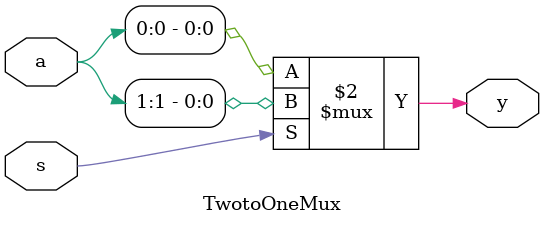
<source format=v>
module TwotoOneMux (
    input [1:0]a,
    input s,
    output y
);  
    assign y = (s==0)?a[0]:a[1];
endmodule
</source>
